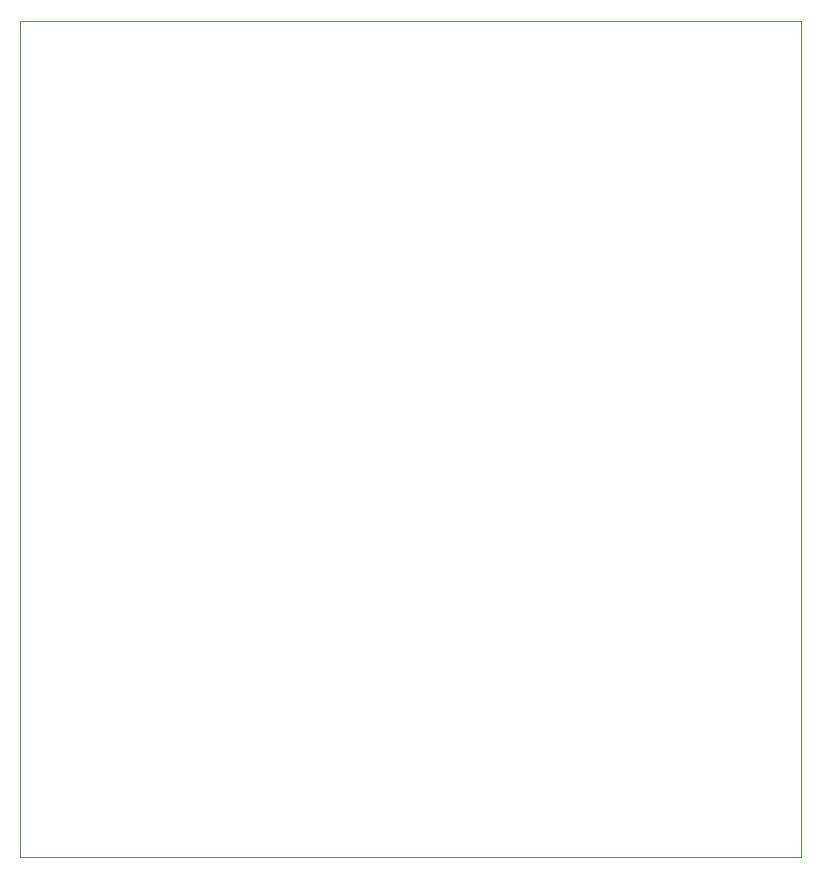
<source format=gbr>
%TF.GenerationSoftware,KiCad,Pcbnew,8.0.6*%
%TF.CreationDate,2024-12-14T14:20:07+01:00*%
%TF.ProjectId,PUEE,50554545-2e6b-4696-9361-645f70636258,rev?*%
%TF.SameCoordinates,Original*%
%TF.FileFunction,Profile,NP*%
%FSLAX46Y46*%
G04 Gerber Fmt 4.6, Leading zero omitted, Abs format (unit mm)*
G04 Created by KiCad (PCBNEW 8.0.6) date 2024-12-14 14:20:07*
%MOMM*%
%LPD*%
G01*
G04 APERTURE LIST*
%TA.AperFunction,Profile*%
%ADD10C,0.100000*%
%TD*%
G04 APERTURE END LIST*
D10*
X113400000Y-46475000D02*
X179475000Y-46475000D01*
X179475000Y-117275000D01*
X113400000Y-117275000D01*
X113400000Y-46475000D01*
M02*

</source>
